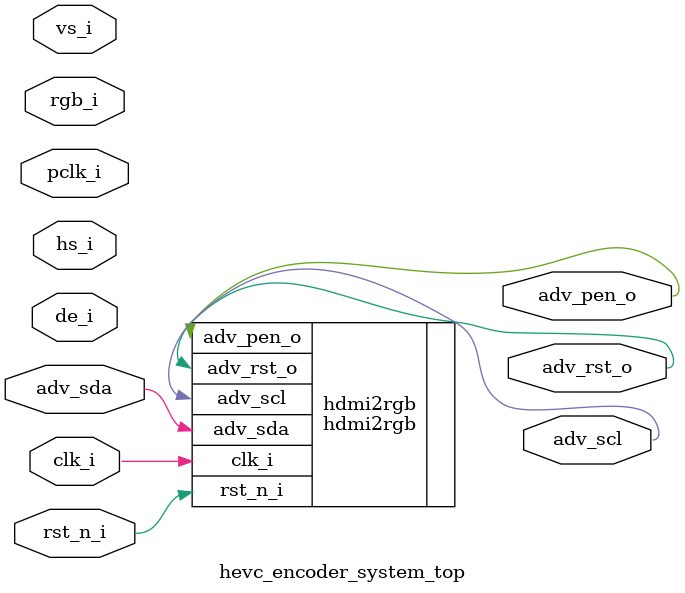
<source format=v>
module hevc_encoder_system_top(
    // clk and reset signal
    input clk_i,
    input rst_n_i,
    // adv7611 config signal
    inout adv_sda,
    output adv_scl,
    output adv_rst_o,
    output adv_pen_o,
    // adv7611 input
    input hs_i,
    input vs_i,
    input de_i,
    input pclk_i,
    input [23:0] rgb_i
);

    wire de_i;

    // hdmi to rgb888 module
    hdmi2rgb hdmi2rgb(
        .clk_i(clk_i),
        .rst_n_i(rst_n_i),
        .adv_sda(adv_sda),
        .adv_scl(adv_scl),
        .adv_rst_o(adv_rst_o),
        .adv_pen_o(adv_pen_o)
    );

    rgb2yuv rgb2yuv(
        .rst_n_i(rst_n),
        .r_i(rgb_i[23:16]),
        .g_i(rgb_i[15:8]),
        .b_i(rgb_i[7:0])
    );

endmodule
</source>
